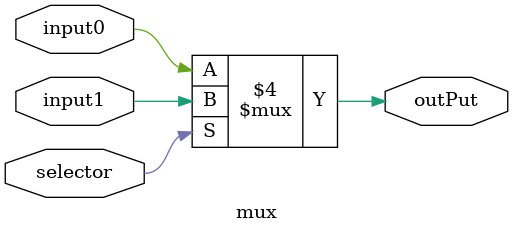
<source format=v>
module mux(input0, input1, selector, outPut);

 input input0, input1, selector;
 output reg outPut;

 always @(selector)
  begin 
   if (selector == 1'b0)
    outPut <= input0;
   else
    outPut <= input1;
  end

endmodule 

</source>
